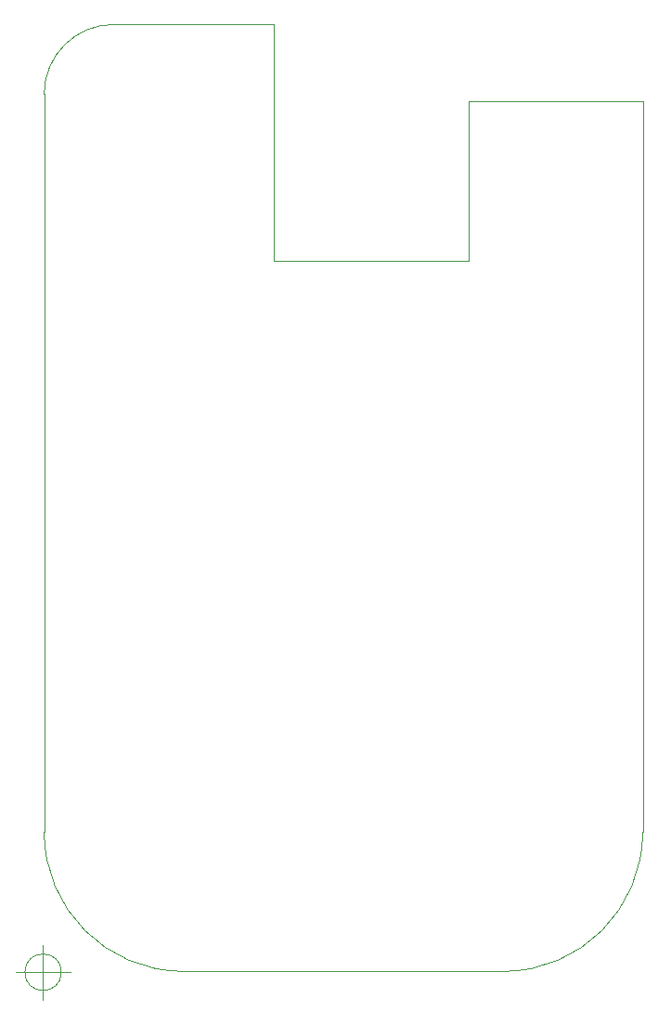
<source format=gbr>
G04 #@! TF.GenerationSoftware,KiCad,Pcbnew,(5.1.2-1)-1*
G04 #@! TF.CreationDate,2019-06-05T16:30:21-02:30*
G04 #@! TF.ProjectId,BeagleCape V2,42656167-6c65-4436-9170-652056322e6b,rev?*
G04 #@! TF.SameCoordinates,Original*
G04 #@! TF.FileFunction,Profile,NP*
%FSLAX46Y46*%
G04 Gerber Fmt 4.6, Leading zero omitted, Abs format (unit mm)*
G04 Created by KiCad (PCBNEW (5.1.2-1)-1) date 2019-06-05 16:30:21*
%MOMM*%
%LPD*%
G04 APERTURE LIST*
%ADD10C,0.002540*%
G04 APERTURE END LIST*
D10*
X116036766Y-129132400D02*
G75*
G03X116036766Y-129132400I-1666666J0D01*
G01*
X111870100Y-129132400D02*
X116870100Y-129132400D01*
X114370100Y-126632400D02*
X114370100Y-131632400D01*
X116036766Y-129132400D02*
G75*
G03X116036766Y-129132400I-1666666J0D01*
G01*
X111870100Y-129132400D02*
X116870100Y-129132400D01*
X114370100Y-126632400D02*
X114370100Y-131632400D01*
X116036766Y-129132400D02*
G75*
G03X116036766Y-129132400I-1666666J0D01*
G01*
X111870100Y-129132400D02*
X116870100Y-129132400D01*
X114370100Y-126632400D02*
X114370100Y-131632400D01*
X114465100Y-116357400D02*
G75*
G03X127165100Y-129057400I12700000J0D01*
G01*
X156375100Y-129057400D02*
G75*
G03X169075100Y-116357400I0J12700000D01*
G01*
X120815100Y-42697400D02*
G75*
G03X114465100Y-49047400I0J-6350000D01*
G01*
X135420100Y-42697400D02*
X120815100Y-42697400D01*
X135420100Y-64287400D02*
X135420100Y-42697400D01*
X153200100Y-64287400D02*
X135420100Y-64287400D01*
X153200100Y-49682400D02*
X153200100Y-64287400D01*
X169075100Y-49682400D02*
X153200100Y-49682400D01*
X169075100Y-116357400D02*
X169075100Y-49682400D01*
X127165100Y-129057400D02*
X156375100Y-129057400D01*
X114465100Y-49047400D02*
X114465100Y-116357400D01*
M02*

</source>
